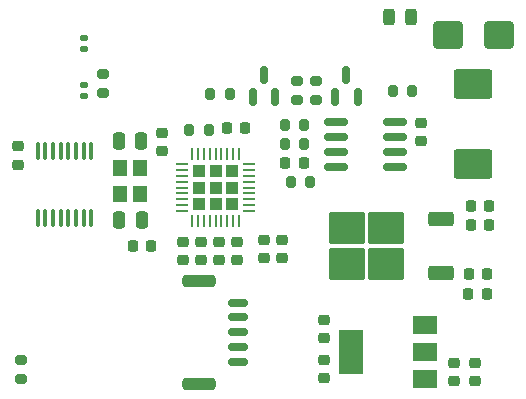
<source format=gbr>
%TF.GenerationSoftware,KiCad,Pcbnew,7.0.9*%
%TF.CreationDate,2023-11-28T13:38:34+10:00*%
%TF.ProjectId,cansult,63616e73-756c-4742-9e6b-696361645f70,rev?*%
%TF.SameCoordinates,Original*%
%TF.FileFunction,Paste,Top*%
%TF.FilePolarity,Positive*%
%FSLAX46Y46*%
G04 Gerber Fmt 4.6, Leading zero omitted, Abs format (unit mm)*
G04 Created by KiCad (PCBNEW 7.0.9) date 2023-11-28 13:38:34*
%MOMM*%
%LPD*%
G01*
G04 APERTURE LIST*
G04 Aperture macros list*
%AMRoundRect*
0 Rectangle with rounded corners*
0 $1 Rounding radius*
0 $2 $3 $4 $5 $6 $7 $8 $9 X,Y pos of 4 corners*
0 Add a 4 corners polygon primitive as box body*
4,1,4,$2,$3,$4,$5,$6,$7,$8,$9,$2,$3,0*
0 Add four circle primitives for the rounded corners*
1,1,$1+$1,$2,$3*
1,1,$1+$1,$4,$5*
1,1,$1+$1,$6,$7*
1,1,$1+$1,$8,$9*
0 Add four rect primitives between the rounded corners*
20,1,$1+$1,$2,$3,$4,$5,0*
20,1,$1+$1,$4,$5,$6,$7,0*
20,1,$1+$1,$6,$7,$8,$9,0*
20,1,$1+$1,$8,$9,$2,$3,0*%
G04 Aperture macros list end*
%ADD10RoundRect,0.225000X-0.225000X-0.250000X0.225000X-0.250000X0.225000X0.250000X-0.225000X0.250000X0*%
%ADD11R,2.000000X1.500000*%
%ADD12R,2.000000X3.800000*%
%ADD13RoundRect,0.200000X0.200000X0.275000X-0.200000X0.275000X-0.200000X-0.275000X0.200000X-0.275000X0*%
%ADD14RoundRect,0.150000X0.700000X-0.150000X0.700000X0.150000X-0.700000X0.150000X-0.700000X-0.150000X0*%
%ADD15RoundRect,0.250000X1.150000X-0.250000X1.150000X0.250000X-1.150000X0.250000X-1.150000X-0.250000X0*%
%ADD16RoundRect,0.225000X-0.250000X0.225000X-0.250000X-0.225000X0.250000X-0.225000X0.250000X0.225000X0*%
%ADD17RoundRect,0.150000X0.150000X-0.587500X0.150000X0.587500X-0.150000X0.587500X-0.150000X-0.587500X0*%
%ADD18RoundRect,0.200000X-0.275000X0.200000X-0.275000X-0.200000X0.275000X-0.200000X0.275000X0.200000X0*%
%ADD19RoundRect,0.243750X0.243750X0.456250X-0.243750X0.456250X-0.243750X-0.456250X0.243750X-0.456250X0*%
%ADD20RoundRect,0.140000X0.170000X-0.140000X0.170000X0.140000X-0.170000X0.140000X-0.170000X-0.140000X0*%
%ADD21RoundRect,0.200000X-0.200000X-0.275000X0.200000X-0.275000X0.200000X0.275000X-0.200000X0.275000X0*%
%ADD22RoundRect,0.218750X-0.256250X0.218750X-0.256250X-0.218750X0.256250X-0.218750X0.256250X0.218750X0*%
%ADD23RoundRect,0.225000X0.250000X-0.225000X0.250000X0.225000X-0.250000X0.225000X-0.250000X-0.225000X0*%
%ADD24RoundRect,0.200000X0.275000X-0.200000X0.275000X0.200000X-0.275000X0.200000X-0.275000X-0.200000X0*%
%ADD25RoundRect,0.140000X-0.170000X0.140000X-0.170000X-0.140000X0.170000X-0.140000X0.170000X0.140000X0*%
%ADD26RoundRect,0.250000X-0.250000X-0.475000X0.250000X-0.475000X0.250000X0.475000X-0.250000X0.475000X0*%
%ADD27RoundRect,0.250000X1.400000X1.000000X-1.400000X1.000000X-1.400000X-1.000000X1.400000X-1.000000X0*%
%ADD28RoundRect,0.250000X-1.000000X-0.900000X1.000000X-0.900000X1.000000X0.900000X-1.000000X0.900000X0*%
%ADD29RoundRect,0.225000X0.225000X0.250000X-0.225000X0.250000X-0.225000X-0.250000X0.225000X-0.250000X0*%
%ADD30RoundRect,0.250000X-0.300000X-0.300000X0.300000X-0.300000X0.300000X0.300000X-0.300000X0.300000X0*%
%ADD31RoundRect,0.062500X-0.475000X-0.062500X0.475000X-0.062500X0.475000X0.062500X-0.475000X0.062500X0*%
%ADD32RoundRect,0.062500X-0.062500X-0.475000X0.062500X-0.475000X0.062500X0.475000X-0.062500X0.475000X0*%
%ADD33RoundRect,0.150000X-0.825000X-0.150000X0.825000X-0.150000X0.825000X0.150000X-0.825000X0.150000X0*%
%ADD34RoundRect,0.250000X0.850000X0.350000X-0.850000X0.350000X-0.850000X-0.350000X0.850000X-0.350000X0*%
%ADD35RoundRect,0.250000X1.275000X1.125000X-1.275000X1.125000X-1.275000X-1.125000X1.275000X-1.125000X0*%
%ADD36R,1.200000X1.400000*%
%ADD37RoundRect,0.250000X0.250000X0.475000X-0.250000X0.475000X-0.250000X-0.475000X0.250000X-0.475000X0*%
%ADD38RoundRect,0.100000X0.100000X-0.637500X0.100000X0.637500X-0.100000X0.637500X-0.100000X-0.637500X0*%
G04 APERTURE END LIST*
D10*
%TO.C,C25*%
X205325000Y-94400000D03*
X206875000Y-94400000D03*
%TD*%
D11*
%TO.C,U5*%
X201650000Y-101600000D03*
X201650000Y-99300000D03*
D12*
X195350000Y-99300000D03*
D11*
X201650000Y-97000000D03*
%TD*%
D13*
%TO.C,R2*%
X191425000Y-80100000D03*
X189775000Y-80100000D03*
%TD*%
D14*
%TO.C,J4*%
X185850000Y-100150000D03*
X185850000Y-98900000D03*
X185850000Y-97650000D03*
X185850000Y-96400000D03*
X185850000Y-95150000D03*
D15*
X182500000Y-102000000D03*
X182500000Y-93300000D03*
%TD*%
D16*
%TO.C,C15*%
X181200000Y-90000000D03*
X181200000Y-91550000D03*
%TD*%
D17*
%TO.C,Q2*%
X187050000Y-77737500D03*
X188950000Y-77737500D03*
X188000000Y-75862500D03*
%TD*%
D10*
%TO.C,C23*%
X205350000Y-92700000D03*
X206900000Y-92700000D03*
%TD*%
D18*
%TO.C,R5*%
X192400000Y-76375000D03*
X192400000Y-78025000D03*
%TD*%
D19*
%TO.C,F1*%
X200437500Y-71000000D03*
X198562500Y-71000000D03*
%TD*%
D10*
%TO.C,C27*%
X205525000Y-88600000D03*
X207075000Y-88600000D03*
%TD*%
D20*
%TO.C,C4*%
X172800000Y-73680000D03*
X172800000Y-72720000D03*
%TD*%
D16*
%TO.C,C13*%
X188000000Y-89850000D03*
X188000000Y-91400000D03*
%TD*%
D21*
%TO.C,R9*%
X181675000Y-80562500D03*
X183325000Y-80562500D03*
%TD*%
D22*
%TO.C,FB1*%
X184200000Y-89987500D03*
X184200000Y-91562500D03*
%TD*%
D23*
%TO.C,C5*%
X167200000Y-83475000D03*
X167200000Y-81925000D03*
%TD*%
D13*
%TO.C,R1*%
X191925000Y-84900000D03*
X190275000Y-84900000D03*
%TD*%
D24*
%TO.C,R8*%
X174400000Y-77425000D03*
X174400000Y-75775000D03*
%TD*%
D13*
%TO.C,R7*%
X185125000Y-77500000D03*
X183475000Y-77500000D03*
%TD*%
D16*
%TO.C,C9*%
X189500000Y-89850000D03*
X189500000Y-91400000D03*
%TD*%
%TO.C,C2*%
X201275000Y-79930000D03*
X201275000Y-81480000D03*
%TD*%
D25*
%TO.C,C3*%
X172800000Y-76720000D03*
X172800000Y-77680000D03*
%TD*%
D26*
%TO.C,C12*%
X175750000Y-88162500D03*
X177650000Y-88162500D03*
%TD*%
D27*
%TO.C,D3*%
X205750000Y-83400000D03*
X205750000Y-76600000D03*
%TD*%
D16*
%TO.C,C21*%
X205850000Y-100225000D03*
X205850000Y-101775000D03*
%TD*%
D21*
%TO.C,R6*%
X198925000Y-77250000D03*
X200575000Y-77250000D03*
%TD*%
D28*
%TO.C,D2*%
X203600000Y-72500000D03*
X207900000Y-72500000D03*
%TD*%
D23*
%TO.C,C11*%
X179412500Y-82337500D03*
X179412500Y-80787500D03*
%TD*%
D29*
%TO.C,C14*%
X186437500Y-80400000D03*
X184887500Y-80400000D03*
%TD*%
D30*
%TO.C,U4*%
X182542500Y-84030000D03*
X182542500Y-85400000D03*
X182542500Y-86770000D03*
X183912500Y-84030000D03*
X183912500Y-85400000D03*
X183912500Y-86770000D03*
X185282500Y-84030000D03*
X185282500Y-85400000D03*
X185282500Y-86770000D03*
D31*
X181075000Y-83400000D03*
X181075000Y-83900000D03*
X181075000Y-84400000D03*
X181075000Y-84900000D03*
X181075000Y-85400000D03*
X181075000Y-85900000D03*
X181075000Y-86400000D03*
X181075000Y-86900000D03*
X181075000Y-87400000D03*
D32*
X181912500Y-88237500D03*
X182412500Y-88237500D03*
X182912500Y-88237500D03*
X183412500Y-88237500D03*
X183912500Y-88237500D03*
X184412500Y-88237500D03*
X184912500Y-88237500D03*
X185412500Y-88237500D03*
X185912500Y-88237500D03*
D31*
X186750000Y-87400000D03*
X186750000Y-86900000D03*
X186750000Y-86400000D03*
X186750000Y-85900000D03*
X186750000Y-85400000D03*
X186750000Y-84900000D03*
X186750000Y-84400000D03*
X186750000Y-83900000D03*
X186750000Y-83400000D03*
D32*
X185912500Y-82562500D03*
X185412500Y-82562500D03*
X184912500Y-82562500D03*
X184412500Y-82562500D03*
X183912500Y-82562500D03*
X183412500Y-82562500D03*
X182912500Y-82562500D03*
X182412500Y-82562500D03*
X181912500Y-82562500D03*
%TD*%
D16*
%TO.C,C24*%
X193100000Y-99975000D03*
X193100000Y-101525000D03*
%TD*%
D33*
%TO.C,U1*%
X194125000Y-79845000D03*
X194125000Y-81115000D03*
X194125000Y-82385000D03*
X194125000Y-83655000D03*
X199075000Y-83655000D03*
X199075000Y-82385000D03*
X199075000Y-81115000D03*
X199075000Y-79845000D03*
%TD*%
D23*
%TO.C,C26*%
X193100000Y-98150000D03*
X193100000Y-96600000D03*
%TD*%
D34*
%TO.C,U6*%
X203000000Y-92660000D03*
D35*
X198375000Y-91905000D03*
X198375000Y-88855000D03*
X195025000Y-91905000D03*
X195025000Y-88855000D03*
D34*
X203000000Y-88100000D03*
%TD*%
D21*
%TO.C,R3*%
X189775000Y-81700000D03*
X191425000Y-81700000D03*
%TD*%
D36*
%TO.C,Y2*%
X175800000Y-83750000D03*
X175800000Y-85950000D03*
X177500000Y-85950000D03*
X177500000Y-83750000D03*
%TD*%
D16*
%TO.C,C20*%
X204100000Y-100225000D03*
X204100000Y-101775000D03*
%TD*%
D18*
%TO.C,R10*%
X167400000Y-99975000D03*
X167400000Y-101625000D03*
%TD*%
D10*
%TO.C,C10*%
X176925000Y-90312500D03*
X178475000Y-90312500D03*
%TD*%
D37*
%TO.C,C7*%
X177600000Y-81500000D03*
X175700000Y-81500000D03*
%TD*%
D29*
%TO.C,C1*%
X191375000Y-83300000D03*
X189825000Y-83300000D03*
%TD*%
D10*
%TO.C,C28*%
X205525000Y-87000000D03*
X207075000Y-87000000D03*
%TD*%
D24*
%TO.C,R4*%
X190800000Y-78025000D03*
X190800000Y-76375000D03*
%TD*%
D16*
%TO.C,C17*%
X182700000Y-90000000D03*
X182700000Y-91550000D03*
%TD*%
D17*
%TO.C,Q1*%
X194050000Y-77737500D03*
X195950000Y-77737500D03*
X195000000Y-75862500D03*
%TD*%
D38*
%TO.C,U2*%
X168850000Y-88000000D03*
X169500000Y-88000000D03*
X170150000Y-88000000D03*
X170800000Y-88000000D03*
X171450000Y-88000000D03*
X172100000Y-88000000D03*
X172750000Y-88000000D03*
X173400000Y-88000000D03*
X173400000Y-82275000D03*
X172750000Y-82275000D03*
X172100000Y-82275000D03*
X171450000Y-82275000D03*
X170800000Y-82275000D03*
X170150000Y-82275000D03*
X169500000Y-82275000D03*
X168850000Y-82275000D03*
%TD*%
D23*
%TO.C,C19*%
X185700000Y-91550000D03*
X185700000Y-90000000D03*
%TD*%
M02*

</source>
